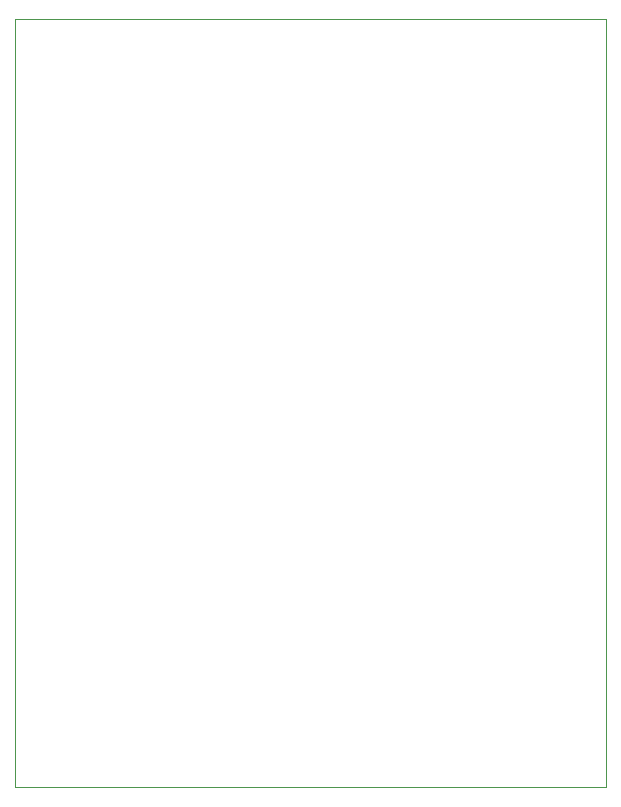
<source format=gm1>
G04 #@! TF.FileFunction,Profile,NP*
%FSLAX46Y46*%
G04 Gerber Fmt 4.6, Leading zero omitted, Abs format (unit mm)*
G04 Created by KiCad (PCBNEW 4.0.4-stable) date 2017 January 13, Friday 02:46:46*
%MOMM*%
%LPD*%
G01*
G04 APERTURE LIST*
%ADD10C,0.100000*%
G04 APERTURE END LIST*
D10*
X113000000Y-140000000D02*
X113000000Y-125000000D01*
X163000000Y-140000000D02*
X113000000Y-140000000D01*
X163000000Y-125000000D02*
X163000000Y-140000000D01*
X113000000Y-125000000D02*
X113000000Y-75000000D01*
X163000000Y-75000000D02*
X163000000Y-125000000D01*
X113000000Y-75000000D02*
X163000000Y-75000000D01*
M02*

</source>
